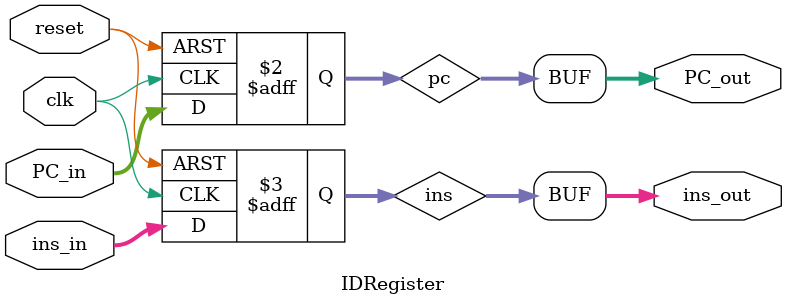
<source format=v>
`timescale 1ns / 1ps
module IDRegister(
  input [31:0] PC_in,
  input [31:0] ins_in,
  input clk,
  input reset,
  output [31:0] PC_out, 
  output [31:0] ins_out 
);
	reg [31:0] pc,ins;
  always @(posedge reset or posedge clk)
  begin
    if(reset)
      begin
        ins <= 32'b0;
        pc <= 32'b0;
      end
    else
      begin
        pc <= PC_in;
        ins <= ins_in;
      end
  end
  assign PC_out = pc;
  assign ins_out = ins;
endmodule 
</source>
